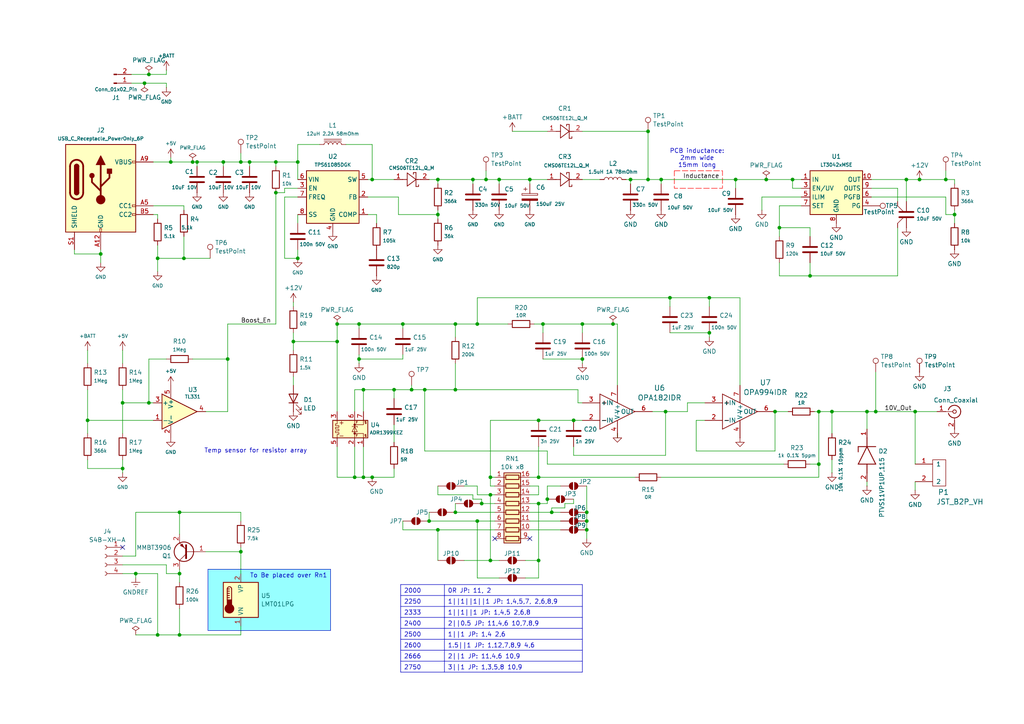
<source format=kicad_sch>
(kicad_sch (version 20250114) (generator "eeschema") (generator_version "9.0")
  (paper "A4")
  (title_block (title "ADR1399 reference board") (date "2025-05-20") (rev "0.1") (company "Nightmechanics"))
  (text "PCB inductance:\n2mm wide\n15mm long" (at 202.184 45.974 0) (effects (font (size 1.27 1.27))))
  (text "Temp sensor for resistor array" (at 74.168 130.81 0) (effects (font (size 1.27 1.27))))
  (text_box "To Be placed over Rn1" (at 60.325 165.1 0) (size 35.56 17.78) (margins 0.9525 0.9525 0.9525 0.9525) (fill (type color) (color 151 255 255 1)) (effects (font (size 1.27 1.27)) (justify right top)))
  (junction (at 153.67 52.07))
  (junction (at 132.08 93.98))
  (junction (at 97.79 99.06))
  (junction (at 114.3 113.03))
  (junction (at 66.04 104.14))
  (junction (at 229.87 52.07))
  (junction (at 25.4 121.92))
  (junction (at 138.43 151.13))
  (junction (at 72.39 46.99))
  (junction (at 156.21 121.92))
  (junction (at 205.74 96.52))
  (junction (at 52.07 166.37))
  (junction (at 39.37 166.37))
  (junction (at 137.16 52.07))
  (junction (at 55.88 46.99))
  (junction (at 116.84 93.98))
  (junction (at 182.88 52.07))
  (junction (at 49.53 46.99))
  (junction (at 45.72 74.93))
  (junction (at 104.14 93.98))
  (junction (at 80.01 46.99))
  (junction (at 127 52.07))
  (junction (at 127 153.67))
  (junction (at 132.08 148.59))
  (junction (at 191.77 52.07))
  (junction (at 140.97 52.07))
  (junction (at 57.15 46.99))
  (junction (at 237.49 134.62))
  (junction (at 276.86 62.23))
  (junction (at 105.41 113.03))
  (junction (at 234.95 80.01))
  (junction (at 45.72 184.15))
  (junction (at 142.24 138.43))
  (junction (at 64.77 46.99))
  (junction (at 158.75 144.78))
  (junction (at 237.49 119.38))
  (junction (at 41.91 24.13))
  (junction (at 86.36 74.93))
  (junction (at 205.74 86.36))
  (junction (at 168.91 93.98))
  (junction (at 226.06 66.04))
  (junction (at 132.08 113.03))
  (junction (at 187.96 38.1))
  (junction (at 142.24 143.51))
  (junction (at 156.21 146.05))
  (junction (at 168.91 104.14))
  (junction (at 265.43 119.38))
  (junction (at 104.14 104.14))
  (junction (at 107.95 52.07))
  (junction (at 157.48 93.98))
  (junction (at 69.85 160.02))
  (junction (at 124.46 151.13))
  (junction (at 193.04 119.38))
  (junction (at 43.18 116.84))
  (junction (at 107.95 138.43))
  (junction (at 69.85 46.99))
  (junction (at 177.8 93.98))
  (junction (at 170.18 151.13))
  (junction (at 97.79 93.98))
  (junction (at 53.34 74.93))
  (junction (at 85.09 99.06))
  (junction (at 144.78 52.07))
  (junction (at 43.18 21.59))
  (junction (at 156.21 138.43))
  (junction (at 274.32 52.07))
  (junction (at 142.24 162.56))
  (junction (at 80.01 55.88))
  (junction (at 119.38 113.03))
  (junction (at 160.02 148.59))
  (junction (at 139.7 146.05))
  (junction (at 29.21 73.66))
  (junction (at 254 119.38))
  (junction (at 156.21 162.56))
  (junction (at 170.18 153.67))
  (junction (at 187.96 52.07))
  (junction (at 251.46 119.38))
  (junction (at 262.89 52.07))
  (junction (at 86.36 46.99))
  (junction (at 102.87 138.43))
  (junction (at 52.07 184.15))
  (junction (at 35.56 116.84))
  (junction (at 166.37 121.92))
  (junction (at 194.31 86.36))
  (junction (at 213.36 52.07))
  (junction (at 123.19 113.03))
  (junction (at 52.07 148.59))
  (junction (at 222.25 52.07))
  (junction (at 224.79 119.38))
  (junction (at 170.18 148.59))
  (junction (at 105.41 138.43))
  (junction (at 241.3 119.38))
  (junction (at 266.7 52.07))
  (junction (at 138.43 93.98))
  (junction (at 35.56 135.89))
  (junction (at 127 62.23))
  (no_connect (at 153.67 156.21))
  (no_connect (at 35.56 158.75))
  (no_connect (at 143.51 156.21))
  (wire (pts (xy 265.43 119.38) (xy 265.43 134.62)))
  (wire (pts (xy 69.85 46.99) (xy 72.39 46.99)))
  (wire (pts (xy 86.36 57.15) (xy 82.55 57.15)))
  (wire (pts (xy 166.37 129.54) (xy 166.37 132.08)))
  (wire (pts (xy 45.72 184.15) (xy 52.07 184.15)))
  (wire (pts (xy 138.43 167.64) (xy 144.78 167.64)))
  (wire (pts (xy 191.77 52.07) (xy 213.36 52.07)))
  (wire (pts (xy 97.79 138.43) (xy 97.79 129.54)))
  (wire (pts (xy 138.43 151.13) (xy 138.43 167.64)))
  (wire (pts (xy 158.75 140.97) (xy 162.56 140.97)))
  (wire (pts (xy 45.72 74.93) (xy 45.72 78.74)))
  (wire (pts (xy 274.32 62.23) (xy 276.86 62.23)))
  (wire (pts (xy 52.07 154.94) (xy 52.07 148.59)))
  (wire (pts (xy 53.34 74.93) (xy 60.96 74.93)))
  (wire (pts (xy 104.14 104.14) (xy 104.14 102.87)))
  (wire (pts (xy 232.41 59.69) (xy 226.06 59.69)))
  (wire (pts (xy 69.85 184.15) (xy 69.85 181.61)))
  (wire (pts (xy 48.26 24.13) (xy 48.26 25.4)))
  (wire (pts (xy 35.56 113.03) (xy 35.56 116.84)))
  (wire (pts (xy 276.86 60.96) (xy 276.86 62.23)))
  (wire (pts (xy 179.07 125.73) (xy 179.07 127)))
  (wire (pts (xy 199.39 119.38) (xy 193.04 119.38)))
  (wire (pts (xy 49.53 45.72) (xy 49.53 46.99)))
  (wire (pts (xy 260.35 58.42) (xy 260.35 54.61)))
  (wire (pts (xy 226.06 66.04) (xy 226.06 68.58)))
  (wire (pts (xy 123.19 113.03) (xy 132.08 113.03)))
  (wire (pts (xy 138.43 93.98) (xy 147.32 93.98)))
  (wire (pts (xy 44.45 46.99) (xy 49.53 46.99)))
  (wire (pts (xy 232.41 57.15) (xy 220.98 57.15)))
  (wire (pts (xy 35.56 161.29) (xy 39.37 161.29)))
  (wire (pts (xy 140.97 49.53) (xy 140.97 52.07)))
  (wire (pts (xy 220.98 57.15) (xy 220.98 60.96)))
  (wire (pts (xy 170.18 140.97) (xy 170.18 148.59)))
  (wire (pts (xy 104.14 104.14) (xy 104.14 105.41)))
  (wire (pts (xy 116.84 93.98) (xy 116.84 95.25)))
  (wire (pts (xy 86.36 72.39) (xy 86.36 74.93)))
  (wire (pts (xy 138.43 143.51) (xy 142.24 143.51)))
  (wire (pts (xy 260.35 54.61) (xy 252.73 54.61)))
  (wire (pts (xy 104.14 93.98) (xy 104.14 95.25)))
  (wire (pts (xy 64.77 46.99) (xy 64.77 48.26)))
  (wire (pts (xy 265.43 119.38) (xy 271.78 119.38)))
  (wire (pts (xy 148.59 38.1) (xy 158.75 38.1)))
  (wire (pts (xy 156.21 140.97) (xy 156.21 143.51)))
  (wire (pts (xy 52.07 166.37) (xy 52.07 168.91)))
  (wire (pts (xy 274.32 49.53) (xy 274.32 52.07)))
  (wire (pts (xy 144.78 52.07) (xy 153.67 52.07)))
  (wire (pts (xy 102.87 113.03) (xy 102.87 119.38)))
  (wire (pts (xy 35.56 163.83) (xy 48.26 163.83)))
  (wire (pts (xy 168.91 52.07) (xy 173.99 52.07)))
  (wire (pts (xy 116.84 102.87) (xy 116.84 104.14)))
  (wire (pts (xy 177.8 93.98) (xy 168.91 93.98)))
  (wire (pts (xy 66.04 93.98) (xy 80.01 93.98)))
  (wire (pts (xy 132.08 93.98) (xy 138.43 93.98)))
  (wire (pts (xy 82.55 74.93) (xy 86.36 74.93)))
  (wire (pts (xy 166.37 121.92) (xy 168.91 121.92)))
  (wire (pts (xy 138.43 151.13) (xy 143.51 151.13)))
  (wire (pts (xy 115.57 62.23) (xy 115.57 57.15)))
  (wire (pts (xy 66.04 104.14) (xy 55.88 104.14)))
  (wire (pts (xy 127 62.23) (xy 127 63.5)))
  (wire (pts (xy 114.3 113.03) (xy 114.3 115.57)))
  (wire (pts (xy 119.38 111.76) (xy 119.38 113.03)))
  (wire (pts (xy 187.96 38.1) (xy 187.96 52.07)))
  (wire (pts (xy 204.47 121.92) (xy 201.93 121.92)))
  (wire (pts (xy 39.37 184.15) (xy 45.72 184.15)))
  (wire (pts (xy 25.4 135.89) (xy 35.56 135.89)))
  (wire (pts (xy 109.22 62.23) (xy 109.22 64.77)))
  (wire (pts (xy 167.64 113.03) (xy 167.64 116.84)))
  (wire (pts (xy 142.24 140.97) (xy 143.51 140.97)))
  (wire (pts (xy 138.43 140.97) (xy 138.43 143.51)))
  (wire (pts (xy 104.14 104.14) (xy 116.84 104.14)))
  (wire (pts (xy 72.39 46.99) (xy 72.39 48.26)))
  (wire (pts (xy 35.56 133.35) (xy 35.56 135.89)))
  (wire (pts (xy 53.34 68.58) (xy 53.34 74.93)))
  (wire (pts (xy 142.24 121.92) (xy 156.21 121.92)))
  (wire (pts (xy 52.07 176.53) (xy 52.07 184.15)))
  (wire (pts (xy 182.88 52.07) (xy 187.96 52.07)))
  (wire (pts (xy 43.18 116.84) (xy 44.45 116.84)))
  (wire (pts (xy 191.77 52.07) (xy 191.77 53.34)))
  (wire (pts (xy 48.26 104.14) (xy 43.18 104.14)))
  (wire (pts (xy 138.43 93.98) (xy 138.43 86.36)))
  (wire (pts (xy 82.55 54.61) (xy 86.36 54.61)))
  (wire (pts (xy 137.16 52.07) (xy 137.16 53.34)))
  (wire (pts (xy 153.67 140.97) (xy 156.21 140.97)))
  (wire (pts (xy 29.21 73.66) (xy 29.21 76.2)))
  (wire (pts (xy 97.79 93.98) (xy 104.14 93.98)))
  (wire (pts (xy 181.61 52.07) (xy 182.88 52.07)))
  (wire (pts (xy 156.21 146.05) (xy 153.67 146.05)))
  (wire (pts (xy 107.95 52.07) (xy 114.3 52.07)))
  (wire (pts (xy 142.24 162.56) (xy 144.78 162.56)))
  (wire (pts (xy 107.95 138.43) (xy 114.3 138.43)))
  (wire (pts (xy 127 153.67) (xy 143.51 153.67)))
  (wire (pts (xy 85.09 99.06) (xy 85.09 101.6)))
  (wire (pts (xy 156.21 167.64) (xy 156.21 162.56)))
  (wire (pts (xy 214.63 86.36) (xy 214.63 111.76)))
  (wire (pts (xy 189.23 119.38) (xy 193.04 119.38)))
  (wire (pts (xy 106.68 62.23) (xy 109.22 62.23)))
  (wire (pts (xy 142.24 121.92) (xy 142.24 138.43)))
  (wire (pts (xy 116.84 151.13) (xy 116.84 153.67)))
  (wire (pts (xy 213.36 52.07) (xy 222.25 52.07)))
  (wire (pts (xy 276.86 62.23) (xy 276.86 64.77)))
  (wire (pts (xy 102.87 113.03) (xy 105.41 113.03)))
  (wire (pts (xy 25.4 121.92) (xy 44.45 121.92)))
  (wire (pts (xy 167.64 116.84) (xy 168.91 116.84)))
  (wire (pts (xy 21.59 72.39) (xy 21.59 73.66)))
  (wire (pts (xy 194.31 86.36) (xy 205.74 86.36)))
  (wire (pts (xy 266.7 52.07) (xy 274.32 52.07)))
  (wire (pts (xy 170.18 153.67) (xy 170.18 156.21)))
  (wire (pts (xy 234.95 76.2) (xy 234.95 80.01)))
  (wire (pts (xy 144.78 52.07) (xy 144.78 53.34)))
  (wire (pts (xy 194.31 86.36) (xy 194.31 88.9)))
  (wire (pts (xy 114.3 113.03) (xy 119.38 113.03)))
  (wire (pts (xy 226.06 80.01) (xy 234.95 80.01)))
  (wire (pts (xy 53.34 74.93) (xy 45.72 74.93)))
  (wire (pts (xy 29.21 72.39) (xy 29.21 73.66)))
  (wire (pts (xy 158.75 140.97) (xy 158.75 144.78)))
  (wire (pts (xy 254 119.38) (xy 265.43 119.38)))
  (wire (pts (xy 179.07 111.76) (xy 179.07 93.98)))
  (wire (pts (xy 153.67 148.59) (xy 160.02 148.59)))
  (wire (pts (xy 156.21 143.51) (xy 153.67 143.51)))
  (wire (pts (xy 156.21 121.92) (xy 166.37 121.92)))
  (wire (pts (xy 107.95 52.07) (xy 107.95 41.91)))
  (wire (pts (xy 57.15 46.99) (xy 57.15 48.26)))
  (wire (pts (xy 170.18 151.13) (xy 170.18 153.67)))
  (wire (pts (xy 21.59 73.66) (xy 29.21 73.66)))
  (wire (pts (xy 137.16 52.07) (xy 140.97 52.07)))
  (wire (pts (xy 35.56 116.84) (xy 43.18 116.84)))
  (wire (pts (xy 179.07 93.98) (xy 177.8 93.98)))
  (wire (pts (xy 132.08 93.98) (xy 132.08 97.79)))
  (wire (pts (xy 127 143.51) (xy 127 140.97)))
  (wire (pts (xy 55.88 46.99) (xy 57.15 46.99)))
  (wire (pts (xy 205.74 86.36) (xy 214.63 86.36)))
  (wire (pts (xy 127 62.23) (xy 115.57 62.23)))
  (wire (pts (xy 115.57 57.15) (xy 106.68 57.15)))
  (wire (pts (xy 153.67 151.13) (xy 162.56 151.13)))
  (wire (pts (xy 254 107.95) (xy 254 119.38)))
  (wire (pts (xy 274.32 52.07) (xy 276.86 52.07)))
  (wire (pts (xy 152.4 162.56) (xy 156.21 162.56)))
  (wire (pts (xy 39.37 166.37) (xy 39.37 167.64)))
  (wire (pts (xy 153.67 153.67) (xy 162.56 153.67)))
  (wire (pts (xy 25.4 113.03) (xy 25.4 121.92)))
  (wire (pts (xy 85.09 96.52) (xy 85.09 99.06)))
  (wire (pts (xy 237.49 119.38) (xy 237.49 134.62)))
  (wire (pts (xy 204.47 116.84) (xy 199.39 116.84)))
  (wire (pts (xy 44.45 62.23) (xy 45.72 62.23)))
  (wire (pts (xy 80.01 55.88) (xy 80.01 93.98)))
  (wire (pts (xy 52.07 148.59) (xy 69.85 148.59)))
  (wire (pts (xy 66.04 119.38) (xy 66.04 104.14)))
  (wire (pts (xy 194.31 96.52) (xy 205.74 96.52)))
  (wire (pts (xy 262.89 52.07) (xy 266.7 52.07)))
  (wire (pts (xy 229.87 52.07) (xy 229.87 54.61)))
  (wire (pts (xy 260.35 66.04) (xy 260.35 80.01)))
  (wire (pts (xy 166.37 144.78) (xy 166.37 146.05)))
  (wire (pts (xy 25.4 133.35) (xy 25.4 135.89)))
  (wire (pts (xy 157.48 104.14) (xy 168.91 104.14)))
  (wire (pts (xy 153.67 52.07) (xy 158.75 52.07)))
  (wire (pts (xy 39.37 161.29) (xy 39.37 148.59)))
  (wire (pts (xy 168.91 93.98) (xy 168.91 96.52)))
  (wire (pts (xy 262.89 58.42) (xy 262.89 52.07)))
  (wire (pts (xy 139.7 146.05) (xy 139.7 144.78)))
  (wire (pts (xy 158.75 134.62) (xy 158.75 130.81)))
  (wire (pts (xy 137.16 143.51) (xy 127 143.51)))
  (wire (pts (xy 276.86 52.07) (xy 276.86 53.34)))
  (wire (pts (xy 251.46 119.38) (xy 251.46 124.46)))
  (wire (pts (xy 35.56 116.84) (xy 35.56 125.73)))
  (wire (pts (xy 201.93 130.81) (xy 224.79 130.81)))
  (wire (pts (xy 201.93 121.92) (xy 201.93 130.81)))
  (wire (pts (xy 59.69 119.38) (xy 66.04 119.38)))
  (wire (pts (xy 116.84 153.67) (xy 127 153.67)))
  (wire (pts (xy 142.24 138.43) (xy 142.24 140.97)))
  (wire (pts (xy 35.56 101.6) (xy 35.56 105.41)))
  (wire (pts (xy 187.96 52.07) (xy 191.77 52.07)))
  (wire (pts (xy 102.87 138.43) (xy 97.79 138.43)))
  (wire (pts (xy 85.09 99.06) (xy 97.79 99.06)))
  (wire (pts (xy 227.33 134.62) (xy 158.75 134.62)))
  (wire (pts (xy 48.26 163.83) (xy 48.26 166.37)))
  (wire (pts (xy 45.72 62.23) (xy 45.72 63.5)))
  (wire (pts (xy 153.67 138.43) (xy 156.21 138.43)))
  (wire (pts (xy 139.7 144.78) (xy 137.16 144.78)))
  (wire (pts (xy 274.32 57.15) (xy 274.32 62.23)))
  (wire (pts (xy 69.85 148.59) (xy 69.85 151.13)))
  (wire (pts (xy 86.36 41.91) (xy 86.36 46.99)))
  (wire (pts (xy 127 52.07) (xy 127 53.34)))
  (wire (pts (xy 116.84 93.98) (xy 132.08 93.98)))
  (wire (pts (xy 168.91 38.1) (xy 187.96 38.1)))
  (wire (pts (xy 45.72 166.37) (xy 39.37 166.37)))
  (wire (pts (xy 48.26 166.37) (xy 52.07 166.37)))
  (wire (pts (xy 48.26 21.59) (xy 48.26 20.32)))
  (wire (pts (xy 119.38 113.03) (xy 123.19 113.03)))
  (wire (pts (xy 137.16 144.78) (xy 137.16 143.51)))
  (wire (pts (xy 156.21 138.43) (xy 184.15 138.43)))
  (wire (pts (xy 86.36 46.99) (xy 86.36 52.07)))
  (wire (pts (xy 237.49 119.38) (xy 241.3 119.38)))
  (wire (pts (xy 166.37 132.08) (xy 193.04 132.08)))
  (wire (pts (xy 252.73 57.15) (xy 274.32 57.15)))
  (wire (pts (xy 236.22 119.38) (xy 237.49 119.38)))
  (wire (pts (xy 234.95 68.58) (xy 234.95 66.04)))
  (wire (pts (xy 251.46 139.7) (xy 251.46 140.97)))
  (wire (pts (xy 252.73 52.07) (xy 262.89 52.07)))
  (wire (pts (xy 241.3 119.38) (xy 241.3 125.73)))
  (wire (pts (xy 64.77 46.99) (xy 69.85 46.99)))
  (wire (pts (xy 260.35 80.01) (xy 234.95 80.01)))
  (wire (pts (xy 166.37 146.05) (xy 163.83 146.05)))
  (wire (pts (xy 158.75 130.81) (xy 123.19 130.81)))
  (wire (pts (xy 45.72 184.15) (xy 45.72 166.37)))
  (wire (pts (xy 213.36 52.07) (xy 213.36 54.61)))
  (wire (pts (xy 49.53 46.99) (xy 55.88 46.99)))
  (wire (pts (xy 127 60.96) (xy 127 62.23)))
  (wire (pts (xy 229.87 52.07) (xy 232.41 52.07)))
  (wire (pts (xy 82.55 57.15) (xy 82.55 74.93)))
  (wire (pts (xy 38.1 24.13) (xy 41.91 24.13)))
  (wire (pts (xy 38.1 21.59) (xy 43.18 21.59)))
  (wire (pts (xy 237.49 138.43) (xy 191.77 138.43)))
  (wire (pts (xy 25.4 121.92) (xy 25.4 125.73)))
  (wire (pts (xy 226.06 66.04) (xy 234.95 66.04)))
  (wire (pts (xy 224.79 119.38) (xy 224.79 130.81)))
  (wire (pts (xy 105.41 113.03) (xy 105.41 119.38)))
  (wire (pts (xy 97.79 99.06) (xy 97.79 119.38)))
  (wire (pts (xy 156.21 162.56) (xy 156.21 146.05)))
  (wire (pts (xy 152.4 167.64) (xy 156.21 167.64)))
  (wire (pts (xy 127 52.07) (xy 137.16 52.07)))
  (wire (pts (xy 53.34 59.69) (xy 53.34 60.96)))
  (wire (pts (xy 205.74 97.79) (xy 205.74 96.52)))
  (wire (pts (xy 127 153.67) (xy 127 162.56)))
  (wire (pts (xy 35.56 135.89) (xy 35.56 137.16)))
  (wire (pts (xy 163.83 146.05) (xy 163.83 147.32)))
  (wire (pts (xy 193.04 132.08) (xy 193.04 119.38)))
  (wire (pts (xy 226.06 59.69) (xy 226.06 66.04)))
  (wire (pts (xy 105.41 129.54) (xy 105.41 138.43)))
  (wire (pts (xy 232.41 54.61) (xy 229.87 54.61)))
  (wire (pts (xy 132.08 148.59) (xy 143.51 148.59)))
  (wire (pts (xy 234.95 134.62) (xy 237.49 134.62)))
  (wire (pts (xy 199.39 116.84) (xy 199.39 119.38)))
  (wire (pts (xy 182.88 52.07) (xy 182.88 53.34)))
  (wire (pts (xy 170.18 148.59) (xy 170.18 151.13)))
  (wire (pts (xy 140.97 52.07) (xy 144.78 52.07)))
  (wire (pts (xy 157.48 93.98) (xy 154.94 93.98)))
  (wire (pts (xy 69.85 44.45) (xy 69.85 46.99)))
  (wire (pts (xy 158.75 144.78) (xy 158.75 146.05)))
  (wire (pts (xy 153.67 52.07) (xy 153.67 53.34)))
  (wire (pts (xy 25.4 101.6) (xy 25.4 105.41)))
  (wire (pts (xy 168.91 93.98) (xy 157.48 93.98)))
  (wire (pts (xy 142.24 143.51) (xy 142.24 162.56)))
  (wire (pts (xy 241.3 137.16) (xy 241.3 133.35)))
  (wire (pts (xy 85.09 87.63) (xy 85.09 88.9)))
  (wire (pts (xy 168.91 105.41) (xy 168.91 104.14)))
  (wire (pts (xy 97.79 93.98) (xy 97.79 99.06)))
  (wire (pts (xy 132.08 113.03) (xy 167.64 113.03)))
  (wire (pts (xy 160.02 147.32) (xy 160.02 148.59)))
  (wire (pts (xy 157.48 93.98) (xy 157.48 96.52)))
  (wire (pts (xy 102.87 129.54) (xy 102.87 138.43)))
  (wire (pts (xy 134.62 140.97) (xy 138.43 140.97)))
  (wire (pts (xy 43.18 104.14) (xy 43.18 116.84)))
  (wire (pts (xy 85.09 109.22) (xy 85.09 111.76)))
  (wire (pts (xy 163.83 147.32) (xy 160.02 147.32)))
  (wire (pts (xy 107.95 138.43) (xy 105.41 138.43)))
  (wire (pts (xy 132.08 146.05) (xy 132.08 148.59)))
  (wire (pts (xy 124.46 151.13) (xy 138.43 151.13)))
  (wire (pts (xy 224.79 119.38) (xy 228.6 119.38)))
  (wire (pts (xy 86.36 62.23) (xy 86.36 64.77)))
  (wire (pts (xy 139.7 146.05) (xy 143.51 146.05)))
  (wire (pts (xy 39.37 148.59) (xy 52.07 148.59)))
  (wire (pts (xy 52.07 165.1) (xy 52.07 166.37)))
  (wire (pts (xy 158.75 146.05) (xy 156.21 146.05)))
  (wire (pts (xy 142.24 143.51) (xy 143.51 143.51)))
  (wire (pts (xy 92.71 41.91) (xy 86.36 41.91)))
  (wire (pts (xy 265.43 139.7) (xy 265.43 142.24)))
  (wire (pts (xy 138.43 86.36) (xy 194.31 86.36)))
  (wire (pts (xy 251.46 119.38) (xy 254 119.38)))
  (wire (pts (xy 114.3 135.89) (xy 114.3 138.43)))
  (wire (pts (xy 52.07 184.15) (xy 69.85 184.15)))
  (wire (pts (xy 160.02 148.59) (xy 162.56 148.59)))
  (wire (pts (xy 80.01 46.99) (xy 86.36 46.99)))
  (wire (pts (xy 156.21 129.54) (xy 156.21 138.43)))
  (wire (pts (xy 105.41 113.03) (xy 114.3 113.03)))
  (wire (pts (xy 124.46 52.07) (xy 127 52.07)))
  (wire (pts (xy 107.95 41.91) (xy 100.33 41.91)))
  (wire (pts (xy 124.46 148.59) (xy 124.46 151.13)))
  (wire (pts (xy 241.3 119.38) (xy 251.46 119.38)))
  (wire (pts (xy 105.41 138.43) (xy 102.87 138.43)))
  (wire (pts (xy 57.15 46.99) (xy 64.77 46.99)))
  (wire (pts (xy 106.68 52.07) (xy 107.95 52.07)))
  (wire (pts (xy 43.18 21.59) (xy 48.26 21.59)))
  (wire (pts (xy 237.49 134.62) (xy 237.49 138.43)))
  (wire (pts (xy 35.56 166.37) (xy 39.37 166.37)))
  (wire (pts (xy 41.91 24.13) (xy 48.26 24.13)))
  (wire (pts (xy 123.19 130.81) (xy 123.19 113.03)))
  (wire (pts (xy 80.01 46.99) (xy 80.01 48.26)))
  (wire (pts (xy 44.45 59.69) (xy 53.34 59.69)))
  (wire (pts (xy 82.55 54.61) (xy 82.55 55.88)))
  (wire (pts (xy 226.06 76.2) (xy 226.06 80.01)))
  (wire (pts (xy 114.3 123.19) (xy 114.3 128.27)))
  (wire (pts (xy 104.14 93.98) (xy 116.84 93.98)))
  (wire (pts (xy 80.01 55.88) (xy 82.55 55.88)))
  (wire (pts (xy 132.08 105.41) (xy 132.08 113.03)))
  (wire (pts (xy 69.85 158.75) (xy 69.85 160.02)))
  (wire (pts (xy 59.69 160.02) (xy 69.85 160.02)))
  (wire (pts (xy 134.62 162.56) (xy 142.24 162.56)))
  (wire (pts (xy 66.04 93.98) (xy 66.04 104.14)))
  (wire (pts (xy 69.85 160.02) (xy 69.85 166.37)))
  (wire (pts (xy 222.25 52.07) (xy 229.87 52.07)))
  (wire (pts (xy 205.74 86.36) (xy 205.74 88.9)))
  (wire (pts (xy 142.24 138.43) (xy 143.51 138.43)))
  (wire (pts (xy 45.72 71.12) (xy 45.72 74.93)))
  (wire (pts (xy 72.39 46.99) (xy 80.01 46.99)))
  (table (column_count 2) (border (external yes) (header yes)) (separators (rows yes) (cols yes)) (column_widths 12.7 40.005) (row_heights 3.175 3.175 3.175 3.175 3.175 3.175 3.175 3.175) (cells (table_cell "2000" (at 116.205 169.545 0) (size 12.7 3.175) (margins 0.9525 0.9525 0.9525 0.9525) (span 1 1)) (table_cell "0R JP: 11, 2" (at 128.905 169.545 0) (size 40.005 3.175) (margins 0.9525 0.9525 0.9525 0.9525) (span 1 1)) (table_cell "2250" (at 116.205 172.72 0) (size 12.7 3.175) (margins 0.9525 0.9525 0.9525 0.9525) (span 1 1)) (table_cell "1||1||1||1 JP: 1,4,5,7, 2,6,8,9" (at 128.905 172.72 0) (size 40.005 3.175) (margins 0.9525 0.9525 0.9525 0.9525) (span 1 1)) (table_cell "2333" (at 116.205 175.895 0) (size 12.7 3.175) (margins 0.9525 0.9525 0.9525 0.9525) (span 1 1)) (table_cell "1||1||1 JP: 1,4,5 2,6,8" (at 128.905 175.895 0) (size 40.005 3.175) (margins 0.9525 0.9525 0.9525 0.9525) (span 1 1)) (table_cell "2400" (at 116.205 179.07 0) (size 12.7 3.175) (margins 0.9525 0.9525 0.9525 0.9525) (span 1 1)) (table_cell "2||0.5 JP: 11,4,6 10,7,8,9" (at 128.905 179.07 0) (size 40.005 3.175) (margins 0.9525 0.9525 0.9525 0.9525) (span 1 1)) (table_cell "2500" (at 116.205 182.245 0) (size 12.7 3.175) (margins 0.9525 0.9525 0.9525 0.9525) (span 1 1)) (table_cell "1||1 JP: 1,4 2,6" (at 128.905 182.245 0) (size 40.005 3.175) (margins 0.9525 0.9525 0.9525 0.9525) (span 1 1)) (table_cell "2600" (at 116.205 185.42 0) (size 12.7 3.175) (margins 0.9525 0.9525 0.9525 0.9525) (span 1 1)) (table_cell "1.5||1 JP: 1,12,7,8,9 4,6" (at 128.905 185.42 0) (size 40.005 3.175) (margins 0.9525 0.9525 0.9525 0.9525) (span 1 1)) (table_cell "2666" (at 116.205 188.595 0) (size 12.7 3.175) (margins 0.9525 0.9525 0.9525 0.9525) (span 1 1)) (table_cell "2||1 JP: 11,4,6 10,9" (at 128.905 188.595 0) (size 40.005 3.175) (margins 0.9525 0.9525 0.9525 0.9525) (span 1 1)) (table_cell "2750" (at 116.205 191.77 0) (size 12.7 3.175) (margins 0.9525 0.9525 0.9525 0.9525) (span 1 1)) (table_cell "3||1 JP: 1,3,5,8 10,9" (at 128.905 191.77 0) (size 40.005 3.175) (margins 0.9525 0.9525 0.9525 0.9525) (span 1 1))))
  (label "Boost_En" (at 69.85 93.98 0))
  (label "10V_Out" (at 256.54 119.38 0))
  (label "Inductance" (at 198.12 52.07 0))
  (rule_area (polyline (pts (xy 195.58 49.53) (xy 209.55 49.53) (xy 209.55 54.61) (xy 195.58 54.61)) (stroke (width 0) (type dash))))
  (symbol (lib_id "power:PWR_FLAG") (at 177.8 93.98 0) (unit 1)
    (property "Reference" "#FLG06" (effects (hide yes)))
    (property "Value" "PWR_FLAG" (at 177.8 89.8469 0))
    (property "Description" "Special symbol for telling ERC where power comes from" (effects (hide yes)))
  )
  (symbol (lib_id "Device:R") (at 25.4 129.54 0) (unit 1)
    (property "Reference" "R16" (at 27.178 128.3278 0) (effects (justify left)))
    (property "Value" "366k" (at 27.178 130.7521 0) (effects (font (size 1 1)) (justify left)))
    (property "Footprint" "Resistor_SMD:R_0805_2012Metric_Pad1.20x1.40mm_HandSolder" (effects (hide yes)))
    (property "Description" "Resistor" (effects (hide yes)))
  )
  (symbol (lib_id "power:+12V") (at 266.7 52.07 0) (unit 1)
    (property "Reference" "#PWR05" (effects (hide yes)))
    (property "Value" "+12V" (at 266.7 47.9369 0))
    (property "Description" "Power symbol creates a global label with name \"+12V\"" (effects (hide yes)))
  )
  (symbol (lib_id "Connector:TestPoint") (at 119.38 111.76 0) (unit 1)
    (property "Reference" "TP7" (at 120.777 107.2458 0) (effects (justify left)))
    (property "Value" "TestPoint" (effects (hide yes)))
    (property "Footprint" "TestPoint:TestPoint_Loop_D1.80mm_Drill1.0mm_Beaded" (effects (hide yes)))
    (property "Description" "test point" (effects (hide yes)))
  )
  (symbol (lib_id "Device:C") (at 205.74 92.71 0) (unit 1)
    (property "Reference" "C24" (at 208.661 91.4978 0) (effects (justify left)))
    (property "Value" "100n 50V" (at 206.248 94.996 0) (effects (font (size 1 1)) (justify left)))
    (property "Footprint" "Capacitor_SMD:C_0603_1608Metric_Pad1.08x0.95mm_HandSolder" (effects (hide yes)))
    (property "Description" "Unpolarized capacitor" (effects (hide yes)))
  )
  (symbol (lib_id "Reference_Voltage:ADR1399KEZ") (at 102.87 124.46 0) (unit 1)
    (property "Reference" "U4" (at 107.442 123.2478 0) (effects (justify left)))
    (property "Value" "ADR1399KEZ" (at 107.188 125.476 0) (effects (font (size 1 1)) (justify left)))
    (property "Footprint" "Package_LCC:Analog_LCC-8_5x5mm_P1.27mm" (effects (hide yes)))
    (property "Datasheet" "https://www.analog.com/media/en/technical-documentation/data-sheets/adr1399.pdf" (effects (hide yes)))
    (property "Description" "Oven-Compensated, Buried Zener, 7.05 V Voltage Reference, LCC-8" (effects (hide yes)))
  )
  (symbol (lib_id "Device:R") (at 276.86 57.15 0) (unit 1)
    (property "Reference" "R3" (at 278.638 55.9378 0) (effects (justify left)))
    (property "Value" "366k" (at 278.638 58.3621 0) (effects (font (size 1 1)) (justify left)))
    (property "Footprint" "Resistor_SMD:R_0805_2012Metric_Pad1.20x1.40mm_HandSolder" (effects (hide yes)))
    (property "Description" "Resistor" (effects (hide yes)))
  )
  (symbol (lib_id "power:GND") (at 266.7 107.95 0) (unit 1)
    (property "Reference" "#PWR034" (effects (hide yes)))
    (property "Value" "GND" (at 266.7 112.0831 0))
    (property "Description" "Power symbol creates a global label with name \"GND\" , ground" (effects (hide yes)))
  )
  (symbol (lib_id "Device:R") (at 231.14 134.62 90) (unit 1)
    (property "Reference" "R23" (at 231.14 129.8941 90))
    (property "Value" "1k 0.1% 5ppm" (at 231.14 132.1012 90) (effects (font (size 1 1))))
    (property "Footprint" "Resistor_SMD:R_0603_1608Metric_Pad0.98x0.95mm_HandSolder" (effects (hide yes)))
    (property "Description" "Resistor" (effects (hide yes)))
  )
  (symbol (lib_id "power:GND") (at 241.3 137.16 0) (unit 1)
    (property "Reference" "#PWR046" (effects (hide yes)))
    (property "Value" "GND" (at 241.3 141.2931 0))
    (property "Description" "Power symbol creates a global label with name \"GND\" , ground" (effects (hide yes)))
  )
  (symbol (lib_id "Sensor_Temperature:LMT01LPG") (at 69.85 173.99 0) (unit 1)
    (property "Reference" "U5" (at 75.692 172.7778 0) (effects (justify left)))
    (property "Value" "LMT01LPG" (at 75.692 175.2021 0) (effects (justify left)))
    (property "Footprint" "Package_TO_SOT_THT:TO-92-2" (effects (hide yes)))
    (property "Datasheet" "https://www.ti.com/lit/ds/symlink/lmt01.pdf" (effects (hide yes)))
    (property "Description" "0.5°C Accurate 2-Pin Digital Output Temperature Sensor With Pulse Count Interface. TO-92-2 package" (effects (hide yes)))
  )
  (symbol (lib_id "Jumper:SolderJumper_2_Open") (at 162.56 144.78 0) (unit 1) (in_bom no)
    (property "Reference" "JP3" (at 165.354 143.256 0))
    (property "Value" "SolderJumper_2_Open" (effects (hide yes)))
    (property "Footprint" "Jumper:SolderJumper-2_P1.3mm_Open_RoundedPad1.0x1.5mm" (effects (hide yes)))
    (property "Description" "Solder Jumper, 2-pole, open" (effects (hide yes)))
  )
  (symbol (lib_id "Jumper:SolderJumper_2_Open") (at 166.37 151.13 0) (unit 1) (in_bom no)
    (property "Reference" "JP8" (at 168.148 149.86 0))
    (property "Value" "SolderJumper_2_Open" (effects (hide yes)))
    (property "Footprint" "Jumper:SolderJumper-2_P1.3mm_Open_RoundedPad1.0x1.5mm" (effects (hide yes)))
    (property "Description" "Solder Jumper, 2-pole, open" (effects (hide yes)))
  )
  (symbol (lib_id "Device:R") (at 25.4 109.22 0) (unit 1)
    (property "Reference" "R13" (at 27.178 108.0078 0) (effects (justify left)))
    (property "Value" "1Meg" (at 27.178 110.4321 0) (effects (font (size 1 1)) (justify left)))
    (property "Footprint" "Resistor_SMD:R_0805_2012Metric_Pad1.20x1.40mm_HandSolder" (effects (hide yes)))
    (property "Description" "Resistor" (effects (hide yes)))
  )
  (symbol (lib_id "Device:R") (at 109.22 68.58 0) (unit 1)
    (property "Reference" "R7" (at 110.998 67.3678 0) (effects (justify left)))
    (property "Value" "105k" (at 110.998 69.7921 0) (effects (font (size 1 1)) (justify left)))
    (property "Footprint" "Resistor_SMD:R_0805_2012Metric_Pad1.20x1.40mm_HandSolder" (effects (hide yes)))
    (property "Description" "Resistor" (effects (hide yes)))
  )
  (symbol (lib_id "power:+5V") (at 49.53 45.72 0) (unit 1)
    (property "Reference" "#PWR04" (effects (hide yes)))
    (property "Value" "+5V" (at 49.53 41.5869 0) (effects (font (size 1 1))))
    (property "Description" "Power symbol creates a global label with name \"+5V\"" (effects (hide yes)))
  )
  (symbol (lib_id "Device:C") (at 64.77 52.07 0) (unit 1)
    (property "Reference" "C2" (at 60.452 50.038 0) (effects (justify left)))
    (property "Value" "10uF 10V" (at 60.452 54.356 0) (effects (font (size 1 1)) (justify left)))
    (property "Footprint" "Capacitor_SMD:C_0805_2012Metric_Pad1.18x1.45mm_HandSolder" (effects (hide yes)))
    (property "Description" "Unpolarized capacitor" (effects (hide yes)))
  )
  (symbol (lib_id "Device:R_Pack08") (at 148.59 148.59 270) (unit 1)
    (property "Reference" "RN1" (at 148.59 133.0155 90))
    (property "Value" "10k x8" (at 148.59 135.4398 90))
    (property "Footprint" "Package_SO:SO-16_3.9x9.9mm_P1.27mm" (effects (hide yes)))
    (property "Description" "8 resistor network, parallel topology" (effects (hide yes)))
  )
  (symbol (lib_id "Snapeda:CMS06TE12L_Q_M") (at 168.91 38.1 0) (mirror y) (unit 1)
    (property "Reference" "CR1" (at 163.83 31.463 0))
    (property "Value" "CMS06TE12L_Q_M" (at 163.83 34.2959 0) (effects (font (size 1 1))))
    (property "Footprint" "Snapeda:M-FLAT_TOS" (effects (hide yes)))
    (property "Datasheet" "CMS06TE12L_Q_M" (effects (hide yes)))
  )
  (symbol (lib_id "Snapeda:OPA182IDR") (at 204.47 116.84 0) (unit 1)
    (property "Reference" "U7" (at 221.996 110.9591 0) (effects (font (size 1.524 1.524))))
    (property "Value" "OPA994IDR" (at 221.996 113.792 0) (effects (font (size 1.524 1.524))))
    (property "Footprint" "Snapeda:D0008A-IPC_A" (effects (hide yes)))
    (property "Datasheet" "OPA994IDR" (effects (hide yes)))
  )
  (symbol (lib_id "power:GND") (at 49.53 127 0) (unit 1)
    (property "Reference" "#PWR035" (effects (hide yes)))
    (property "Value" "GND" (at 49.53 131.1331 0) (effects (font (size 1 1))))
    (property "Description" "Power symbol creates a global label with name \"GND\" , ground" (effects (hide yes)))
  )
  (symbol (lib_id "Regulator_Switching:TPS61085DGK") (at 96.52 57.15 0) (unit 1)
    (property "Reference" "U2" (at 96.52 45.3855 0))
    (property "Value" "TPS61085DGK" (at 96.52 47.8098 0) (effects (font (size 1 1))))
    (property "Footprint" "Package_SO:VSSOP-8_3x3mm_P0.65mm" (effects (hide yes)))
    (property "Datasheet" "https://www.ti.com/lit/ds/symlink/tps61085.pdf" (effects (hide yes)))
    (property "Description" "Step-Up DC-DC Converter, input 2.3V to 6V , output 2.8V to 18.5, VSSOP-8" (effects (hide yes)))
  )
  (symbol (lib_id "power:GND") (at 85.09 119.38 0) (unit 1)
    (property "Reference" "#PWR031" (effects (hide yes)))
    (property "Value" "GND" (at 85.09 123.5131 0))
    (property "Description" "Power symbol creates a global label with name \"GND\" , ground" (effects (hide yes)))
  )
  (symbol (lib_id "power:GND") (at 276.86 124.46 0) (unit 1)
    (property "Reference" "#PWR033" (effects (hide yes)))
    (property "Value" "GND" (at 276.86 128.5931 0))
    (property "Description" "Power symbol creates a global label with name \"GND\" , ground" (effects (hide yes)))
  )
  (symbol (lib_id "Device:C_Polarized") (at 153.67 57.15 0) (unit 1)
    (property "Reference" "C6" (at 155.448 54.356 0) (effects (justify left)))
    (property "Value" "150uF 25V" (at 155.448 59.182 0) (effects (font (size 1 1)) (justify left)))
    (property "Footprint" "Capacitor_SMD:CP_Elec_8x6.7" (effects (hide yes)))
    (property "Description" "Polarized capacitor" (effects (hide yes)))
  )
  (symbol (lib_id "Device:C") (at 168.91 100.33 0) (unit 1)
    (property "Reference" "C16" (at 171.831 99.1178 0) (effects (justify left)))
    (property "Value" "100n 50V" (at 169.418 102.616 0) (effects (font (size 1 1)) (justify left)))
    (property "Footprint" "Capacitor_SMD:C_0603_1608Metric_Pad1.08x0.95mm_HandSolder" (effects (hide yes)))
    (property "Description" "Unpolarized capacitor" (effects (hide yes)))
  )
  (symbol (lib_id "Device:C") (at 194.31 92.71 0) (unit 1)
    (property "Reference" "C23" (at 197.231 91.4978 0) (effects (justify left)))
    (property "Value" "1uF 25V" (at 194.818 94.996 0) (effects (font (size 1 1)) (justify left)))
    (property "Footprint" "Capacitor_SMD:C_0603_1608Metric_Pad1.08x0.95mm_HandSolder" (effects (hide yes)))
    (property "Description" "Unpolarized capacitor" (effects (hide yes)))
  )
  (symbol (lib_id "Jumper:SolderJumper_2_Open") (at 135.89 146.05 0) (unit 1) (in_bom no)
    (property "Reference" "JP4" (at 132.334 144.78 0))
    (property "Value" "SolderJumper_2_Open" (effects (hide yes)))
    (property "Footprint" "Jumper:SolderJumper-2_P1.3mm_Open_RoundedPad1.0x1.5mm" (effects (hide yes)))
    (property "Description" "Solder Jumper, 2-pole, open" (effects (hide yes)))
  )
  (symbol (lib_id "Device:C") (at 156.21 125.73 0) (unit 1)
    (property "Reference" "C21" (at 159.131 124.5178 0) (effects (justify left)))
    (property "Value" "3n 25V" (at 156.718 128.016 0) (effects (font (size 1 1)) (justify left)))
    (property "Footprint" "Capacitor_SMD:C_0603_1608Metric_Pad1.08x0.95mm_HandSolder" (effects (hide yes)))
    (property "Description" "Unpolarized capacitor" (effects (hide yes)))
  )
  (symbol (lib_id "Device:R") (at 127 67.31 0) (unit 1)
    (property "Reference" "R6" (at 128.778 66.0978 0) (effects (justify left)))
    (property "Value" "36k" (at 128.778 68.5221 0) (effects (font (size 1 1)) (justify left)))
    (property "Footprint" "Resistor_SMD:R_0805_2012Metric_Pad1.20x1.40mm_HandSolder" (effects (hide yes)))
    (property "Description" "Resistor" (effects (hide yes)))
  )
  (symbol (lib_id "Device:C") (at 144.78 57.15 0) (unit 1)
    (property "Reference" "C5" (at 146.304 54.864 0) (effects (justify left)))
    (property "Value" "10uF 50V" (at 146.304 59.69 0) (effects (font (size 1 1)) (justify left)))
    (property "Footprint" "Capacitor_SMD:C_1210_3225Metric_Pad1.33x2.70mm_HandSolder" (effects (hide yes)))
    (property "Description" "Unpolarized capacitor" (effects (hide yes)))
  )
  (symbol (lib_id "Device:R") (at 53.34 64.77 0) (unit 1)
    (property "Reference" "R4" (at 55.118 63.5578 0) (effects (justify left)))
    (property "Value" "5.1k" (at 52.578 65.9821 0) (effects (font (size 1 1)) (justify left)))
    (property "Footprint" "Resistor_SMD:R_0805_2012Metric_Pad1.20x1.40mm_HandSolder" (effects (hide yes)))
    (property "Description" "Resistor" (effects (hide yes)))
  )
  (symbol (lib_id "power:+5V") (at 49.53 111.76 0) (unit 1)
    (property "Reference" "#PWR030" (effects (hide yes)))
    (property "Value" "+5V" (at 49.53 107.6269 0) (effects (font (size 1 1))))
    (property "Description" "Power symbol creates a global label with name \"+5V\"" (effects (hide yes)))
  )
  (symbol (lib_id "Device:C") (at 213.36 58.42 0) (unit 1)
    (property "Reference" "C9" (at 209.296 56.134 0) (effects (justify left)))
    (property "Value" "10uF 50V" (at 205.232 60.96 0) (effects (font (size 1 1)) (justify left)))
    (property "Footprint" "Capacitor_SMD:C_1210_3225Metric_Pad1.33x2.70mm_HandSolder" (effects (hide yes)))
    (property "Description" "Unpolarized capacitor" (effects (hide yes)))
  )
  (symbol (lib_id "Connector:USB_C_Receptacle_PowerOnly_6P") (at 29.21 54.61 0) (unit 1)
    (property "Reference" "J2" (at 29.21 37.7655 0))
    (property "Value" "USB_C_Receptacle_PowerOnly_6P" (at 29.21 40.1898 0) (effects (font (size 1 1))))
    (property "Footprint" "Connector_USB:USB_C_Receptacle_GCT_USB4125-xx-x-0190_6P_TopMnt_Horizontal" (effects (hide yes)))
    (property "Datasheet" "https://www.usb.org/sites/default/files/documents/usb_type-c.zip" (effects (hide yes)))
    (property "Description" "USB Power-Only 6P Type-C Receptacle connector" (effects (hide yes)))
  )
  (symbol (lib_id "Device:L_Iron") (at 96.52 41.91 90) (unit 1)
    (property "Reference" "L1" (at 96.52 36.3685 90))
    (property "Value" "12uH 2.2A 58mOhm" (at 96.52 38.7928 90) (effects (font (size 1 1))))
    (property "Footprint" "Inductor_SMD:L_TDK_VLS6045EX_VLS6045AF" (effects (hide yes)))
    (property "Description" "Inductor with iron core" (effects (hide yes)))
  )
  (symbol (lib_id "power:PWR_FLAG") (at 222.25 52.07 0) (unit 1)
    (property "Reference" "#FLG04" (effects (hide yes)))
    (property "Value" "PWR_FLAG" (at 222.25 47.9369 0))
    (property "Description" "Special symbol for telling ERC where power comes from" (effects (hide yes)))
  )
  (symbol (lib_id "Regulator_Linear:LT3042xMSE") (at 242.57 54.61 0) (unit 1)
    (property "Reference" "U1" (at 242.57 45.3855 0))
    (property "Value" "LT3042xMSE" (at 242.57 47.8098 0) (effects (font (size 1 1))))
    (property "Footprint" "Package_SO:MSOP-10-1EP_3x3mm_P0.5mm_EP1.68x1.88mm_ThermalVias" (effects (hide yes)))
    (property "Datasheet" "https://www.analog.com/media/en/technical-documentation/data-sheets/3042fb.pdf" (effects (hide yes)))
    (property "Description" "200mA, Adjustable, Ultralow Noise, Ultrahigh PSRR RF Linear Regulator, MSOP-10" (effects (hide yes)))
  )
  (symbol (lib_id "power:GND") (at 72.39 55.88 0) (unit 1)
    (property "Reference" "#PWR08" (effects (hide yes)))
    (property "Value" "GND" (at 72.39 60.0131 0) (effects (font (size 1 1))))
    (property "Description" "Power symbol creates a global label with name \"GND\" , ground" (effects (hide yes)))
  )
  (symbol (lib_id "Device:LED") (at 85.09 115.57 90) (unit 1)
    (property "Reference" "D1" (at 88.011 115.9453 90) (effects (justify right)))
    (property "Value" "LED" (at 88.011 118.3696 90) (effects (justify right)))
    (property "Footprint" "LED_SMD:LED_1206_3216Metric_Pad1.42x1.75mm_HandSolder" (effects (hide yes)))
    (property "Description" "Light emitting diode" (effects (hide yes)))
    (property "Sim.Pins" "1=K 2=A" (effects (hide yes)))
  )
  (symbol (lib_id "power:GND") (at 35.56 137.16 0) (unit 1)
    (property "Reference" "#PWR037" (effects (hide yes)))
    (property "Value" "GND" (at 35.56 141.2931 0) (effects (font (size 1 1))))
    (property "Description" "Power symbol creates a global label with name \"GND\" , ground" (effects (hide yes)))
  )
  (symbol (lib_id "Device:R") (at 232.41 119.38 90) (unit 1)
    (property "Reference" "R22" (at 232.41 114.6541 90))
    (property "Value" "1R" (at 232.41 116.8612 90) (effects (font (size 1 1))))
    (property "Footprint" "Resistor_SMD:R_0805_2012Metric_Pad1.20x1.40mm_HandSolder" (effects (hide yes)))
    (property "Description" "Resistor" (effects (hide yes)))
  )
  (symbol (lib_id "Device:C") (at 157.48 100.33 0) (unit 1)
    (property "Reference" "C19" (at 160.401 99.1178 0) (effects (justify left)))
    (property "Value" "1uF 25V" (at 157.988 102.616 0) (effects (font (size 1 1)) (justify left)))
    (property "Footprint" "Capacitor_SMD:C_0603_1608Metric_Pad1.08x0.95mm_HandSolder" (effects (hide yes)))
    (property "Description" "Unpolarized capacitor" (effects (hide yes)))
  )
  (symbol (lib_id "Device:R") (at 69.85 154.94 0) (unit 1)
    (property "Reference" "R25" (at 71.628 153.7278 0) (effects (justify left)))
    (property "Value" "7.5k" (at 71.628 156.1521 0) (effects (font (size 1 1)) (justify left)))
    (property "Footprint" "Resistor_SMD:R_0805_2012Metric_Pad1.20x1.40mm_HandSolder" (effects (hide yes)))
    (property "Description" "Resistor" (effects (hide yes)))
  )
  (symbol (lib_id "power:+BATT") (at 148.59 38.1 0) (unit 1)
    (property "Reference" "#PWR03" (effects (hide yes)))
    (property "Value" "+BATT" (at 148.59 33.9669 0))
    (property "Description" "Power symbol creates a global label with name \"+BATT\"" (effects (hide yes)))
  )
  (symbol (lib_id "power:GNDREF") (at 39.37 167.64 0) (unit 1)
    (property "Reference" "#PWR040" (effects (hide yes)))
    (property "Value" "GNDREF" (at 39.37 171.7731 0))
    (property "Description" "Power symbol creates a global label with name \"GNDREF\" , reference supply ground" (effects (hide yes)))
  )
  (symbol (lib_id "Jumper:SolderJumper_2_Open") (at 130.81 162.56 0) (unit 1) (in_bom no)
    (property "Reference" "JP10" (at 130.81 160.528 0))
    (property "Value" "SolderJumper_2_Open" (effects (hide yes)))
    (property "Footprint" "Jumper:SolderJumper-2_P1.3mm_Open_RoundedPad1.0x1.5mm" (effects (hide yes)))
    (property "Description" "Solder Jumper, 2-pole, open" (effects (hide yes)))
  )
  (symbol (lib_id "power:+BATT") (at 25.4 101.6 0) (unit 1)
    (property "Reference" "#PWR026" (effects (hide yes)))
    (property "Value" "+BATT" (at 25.4 97.4669 0) (effects (font (size 1 1))))
    (property "Description" "Power symbol creates a global label with name \"+BATT\"" (effects (hide yes)))
  )
  (symbol (lib_id "power:GND") (at 191.77 60.96 0) (unit 1)
    (property "Reference" "#PWR013" (effects (hide yes)))
    (property "Value" "GND" (at 191.77 65.0931 0))
    (property "Description" "Power symbol creates a global label with name \"GND\" , ground" (effects (hide yes)))
  )
  (symbol (lib_id "power:+12V") (at 85.09 87.63 0) (unit 1)
    (property "Reference" "#PWR025" (effects (hide yes)))
    (property "Value" "+12V" (at 85.09 83.4969 0))
    (property "Description" "Power symbol creates a global label with name \"+12V\"" (effects (hide yes)))
  )
  (symbol (lib_id "Device:R") (at 114.3 132.08 0) (unit 1)
    (property "Reference" "R18" (at 116.078 130.8678 0) (effects (justify left)))
    (property "Value" "5R" (at 116.078 133.2921 0) (effects (font (size 1 1)) (justify left)))
    (property "Footprint" "Resistor_SMD:R_0805_2012Metric_Pad1.20x1.40mm_HandSolder" (effects (hide yes)))
    (property "Description" "Resistor" (effects (hide yes)))
  )
  (symbol (lib_id "Device:R") (at 276.86 68.58 0) (unit 1)
    (property "Reference" "R8" (at 278.638 67.3678 0) (effects (justify left)))
    (property "Value" "10k" (at 278.638 69.7921 0) (effects (font (size 1 1)) (justify left)))
    (property "Footprint" "Resistor_SMD:R_0805_2012Metric_Pad1.20x1.40mm_HandSolder" (effects (hide yes)))
    (property "Description" "Resistor" (effects (hide yes)))
  )
  (symbol (lib_id "power:GND") (at 64.77 55.88 0) (unit 1)
    (property "Reference" "#PWR07" (effects (hide yes)))
    (property "Value" "GND" (at 64.77 60.0131 0) (effects (font (size 1 1))))
    (property "Description" "Power symbol creates a global label with name \"GND\" , ground" (effects (hide yes)))
  )
  (symbol (lib_id "power:GND") (at 45.72 78.74 0) (unit 1)
    (property "Reference" "#PWR023" (effects (hide yes)))
    (property "Value" "GND" (at 45.72 82.8731 0) (effects (font (size 1 1))))
    (property "Description" "Power symbol creates a global label with name \"GND\" , ground" (effects (hide yes)))
  )
  (symbol (lib_id "power:GND") (at 276.86 72.39 0) (unit 1)
    (property "Reference" "#PWR020" (effects (hide yes)))
    (property "Value" "GND" (at 276.86 76.5231 0))
    (property "Description" "Power symbol creates a global label with name \"GND\" , ground" (effects (hide yes)))
  )
  (symbol (lib_id "power:GND") (at 96.52 67.31 0) (unit 1)
    (property "Reference" "#PWR018" (effects (hide yes)))
    (property "Value" "GND" (at 96.52 71.4431 0) (effects (font (size 1 1))))
    (property "Description" "Power symbol creates a global label with name \"GND\" , ground" (effects (hide yes)))
  )
  (symbol (lib_id "Device:R") (at 35.56 109.22 0) (unit 1)
    (property "Reference" "R14" (at 37.338 108.0078 0) (effects (justify left)))
    (property "Value" "1Meg" (at 37.338 110.4321 0) (effects (font (size 1 1)) (justify left)))
    (property "Footprint" "Resistor_SMD:R_0805_2012Metric_Pad1.20x1.40mm_HandSolder" (effects (hide yes)))
    (property "Description" "Resistor" (effects (hide yes)))
  )
  (symbol (lib_id "Jumper:SolderJumper_2_Open") (at 148.59 167.64 0) (unit 1) (in_bom no)
    (property "Reference" "JP12" (at 148.59 165.608 0))
    (property "Value" "SolderJumper_2_Open" (effects (hide yes)))
    (property "Footprint" "Jumper:SolderJumper-2_P1.3mm_Open_RoundedPad1.0x1.5mm" (effects (hide yes)))
    (property "Description" "Solder Jumper, 2-pole, open" (effects (hide yes)))
  )
  (symbol (lib_id "power:GND") (at 213.36 62.23 0) (unit 1)
    (property "Reference" "#PWR015" (effects (hide yes)))
    (property "Value" "GND" (at 213.36 66.3631 0))
    (property "Description" "Power symbol creates a global label with name \"GND\" , ground" (effects (hide yes)))
  )
  (symbol (lib_id "power:GND") (at 170.18 156.21 0) (unit 1)
    (property "Reference" "#PWR038" (effects (hide yes)))
    (property "Value" "GND" (at 170.18 160.3431 0))
    (property "Description" "Power symbol creates a global label with name \"GND\" , ground" (effects (hide yes)))
  )
  (symbol (lib_id "Device:L") (at 177.8 52.07 90) (unit 1)
    (property "Reference" "L2" (at 177.8 47.4202 90))
    (property "Value" "1.5uH 1A 78mOhm" (at 177.8 49.8445 90) (effects (font (size 1 1))))
    (property "Footprint" "Inductor_SMD:L_1210_3225Metric_Pad1.42x2.65mm_HandSolder" (effects (hide yes)))
    (property "Description" "Inductor" (effects (hide yes)))
  )
  (symbol (lib_id "Device:R") (at 151.13 93.98 90) (unit 1)
    (property "Reference" "R20" (at 151.13 89.2541 90))
    (property "Value" "10R" (at 151.13 91.4612 90) (effects (font (size 1 1))))
    (property "Footprint" "Resistor_SMD:R_0805_2012Metric_Pad1.20x1.40mm_HandSolder" (effects (hide yes)))
    (property "Description" "Resistor" (effects (hide yes)))
  )
  (symbol (lib_id "Connector:Conn_01x04_Socket") (at 30.48 161.29 0) (mirror y) (unit 1)
    (property "Reference" "J4" (at 31.115 154.1483 0))
    (property "Value" "S4B-XH-A" (at 31.115 156.5726 0))
    (property "Footprint" "Connector_JST:JST_XH_S4B-XH-A_1x04_P2.50mm_Horizontal" (effects (hide yes)))
    (property "Description" "Generic connector, single row, 01x04, script generated" (effects (hide yes)))
  )
  (symbol (lib_id "Device:R") (at 52.07 104.14 90) (unit 1)
    (property "Reference" "R10" (at 52.07 98.9795 90))
    (property "Value" "1Meg" (at 52.07 101.4038 90) (effects (font (size 1 1))))
    (property "Footprint" "Resistor_SMD:R_0805_2012Metric_Pad1.20x1.40mm_HandSolder" (effects (hide yes)))
    (property "Description" "Resistor" (effects (hide yes)))
  )
  (symbol (lib_id "Connector:Conn_Coaxial") (at 276.86 119.38 0) (unit 1)
    (property "Reference" "J3" (at 273.558 112.776 0) (effects (justify left)))
    (property "Value" "Conn_Coaxial" (at 270.764 116.078 0) (effects (justify left)))
    (property "Footprint" "Connector_Coaxial:SMA_Molex_73251-1153_EdgeMount_Horizontal" (effects (hide yes)))
    (property "Description" "coaxial connector (BNC, SMA, SMB, SMC, Cinch/RCA, LEMO, ...)" (effects (hide yes)))
  )
  (symbol (lib_id "Snapeda:OPA182IDR") (at 168.91 116.84 0) (unit 1)
    (property "Reference" "U6" (at 191.2974 112.5205 0) (effects (font (size 1.524 1.524))))
    (property "Value" "OPA182IDR" (at 191.2974 115.3534 0) (effects (font (size 1.524 1.524))))
    (property "Footprint" "Snapeda:D0008A-IPC_A" (effects (hide yes)))
    (property "Datasheet" "OPA182IDR" (effects (hide yes)))
  )
  (symbol (lib_id "Device:R") (at 85.09 92.71 0) (unit 1)
    (property "Reference" "R19" (at 86.868 91.4978 0) (effects (justify left)))
    (property "Value" "0R" (at 86.868 93.9221 0) (effects (font (size 1 1)) (justify left)))
    (property "Footprint" "Resistor_SMD:R_0805_2012Metric_Pad1.20x1.40mm_HandSolder" (effects (hide yes)))
    (property "Description" "Resistor" (effects (hide yes)))
  )
  (symbol (lib_id "Device:C") (at 191.77 57.15 0) (unit 1)
    (property "Reference" "C8" (at 195.326 56.896 0) (effects (justify left)))
    (property "Value" "10uF 50V" (at 193.548 60.198 0) (effects (font (size 1 1)) (justify left)))
    (property "Footprint" "Capacitor_SMD:C_1210_3225Metric_Pad1.33x2.70mm_HandSolder" (effects (hide yes)))
    (property "Description" "Unpolarized capacitor" (effects (hide yes)))
  )
  (symbol (lib_id "Device:C") (at 114.3 119.38 0) (unit 1)
    (property "Reference" "C17" (at 117.221 118.1678 0) (effects (justify left)))
    (property "Value" "1uF 25V" (at 114.808 121.666 0) (effects (font (size 1 1)) (justify left)))
    (property "Footprint" "Capacitor_SMD:C_0603_1608Metric_Pad1.08x0.95mm_HandSolder" (effects (hide yes)))
    (property "Description" "Unpolarized capacitor" (effects (hide yes)))
  )
  (symbol (lib_id "Jumper:SolderJumper_2_Open") (at 120.65 151.13 0) (unit 1) (in_bom no)
    (property "Reference" "JP7" (at 114.808 151.13 0))
    (property "Value" "SolderJumper_2_Open" (effects (hide yes)))
    (property "Footprint" "Jumper:SolderJumper-2_P1.3mm_Open_RoundedPad1.0x1.5mm" (effects (hide yes)))
    (property "Description" "Solder Jumper, 2-pole, open" (effects (hide yes)))
  )
  (symbol (lib_id "nightmechanic_lib:JST_B2PS_VH") (at 273.05 137.16 0) (mirror y) (unit 1)
    (property "Reference" "P1" (at 272.034 142.748 0) (effects (font (size 1.524 1.524)) (justify right)))
    (property "Value" "JST_B2P_VH" (at 271.526 145.542 0) (effects (font (size 1.524 1.524)) (justify right)))
    (property "Footprint" "Connector_JST:JST_VH_B2P-VH_1x02_P3.96mm_Vertical" (effects (hide yes)))
    (property "Datasheet" "http://www.jst-mfg.com/product/pdf/eng/eVH.pdf" (effects (hide yes)))
    (property "Description" "JST 2 pin VH connector" (effects (hide yes)))
  )
  (symbol (lib_id "power:GND") (at 29.21 76.2 0) (unit 1)
    (property "Reference" "#PWR022" (effects (hide yes)))
    (property "Value" "GND" (at 29.21 80.3331 0) (effects (font (size 1 1))))
    (property "Description" "Power symbol creates a global label with name \"GND\" , ground" (effects (hide yes)))
  )
  (symbol (lib_id "power:GND") (at 127 71.12 0) (unit 1)
    (property "Reference" "#PWR019" (effects (hide yes)))
    (property "Value" "GND" (at 127 75.2531 0) (effects (font (size 1 1))))
    (property "Description" "Power symbol creates a global label with name \"GND\" , ground" (effects (hide yes)))
  )
  (symbol (lib_id "Device:R") (at 127 57.15 0) (unit 1)
    (property "Reference" "R2" (at 128.778 55.9378 0) (effects (justify left)))
    (property "Value" "366k" (at 128.778 58.3621 0) (effects (font (size 1 1)) (justify left)))
    (property "Footprint" "Resistor_SMD:R_0805_2012Metric_Pad1.20x1.40mm_HandSolder" (effects (hide yes)))
    (property "Description" "Resistor" (effects (hide yes)))
  )
  (symbol (lib_id "power:GND") (at 86.36 74.93 0) (unit 1)
    (property "Reference" "#PWR021" (effects (hide yes)))
    (property "Value" "GND" (at 86.36 79.0631 0) (effects (font (size 1 1))))
    (property "Description" "Power symbol creates a global label with name \"GND\" , ground" (effects (hide yes)))
  )
  (symbol (lib_id "power:GND") (at 251.46 140.97 0) (unit 1)
    (property "Reference" "#PWR041" (effects (hide yes)))
    (property "Value" "GND" (at 251.46 145.1031 0))
    (property "Description" "Power symbol creates a global label with name \"GND\" , ground" (effects (hide yes)))
  )
  (symbol (lib_id "power:GND") (at 153.67 60.96 0) (unit 1)
    (property "Reference" "#PWR011" (effects (hide yes)))
    (property "Value" "GND" (at 153.67 65.0931 0) (effects (font (size 1 1))))
    (property "Description" "Power symbol creates a global label with name \"GND\" , ground" (effects (hide yes)))
  )
  (symbol (lib_id "power:GND") (at 265.43 142.24 0) (unit 1)
    (property "Reference" "#PWR036" (effects (hide yes)))
    (property "Value" "GND" (at 265.43 146.3731 0))
    (property "Description" "Power symbol creates a global label with name \"GND\" , ground" (effects (hide yes)))
  )
  (symbol (lib_id "Samacsys:PTVS11VP1UP,115") (at 251.46 124.46 270) (unit 1)
    (property "Reference" "D2" (at 254.762 130.8678 90) (effects (justify left)))
    (property "Value" "PTVS11VP1UP,115" (at 255.778 132.588 0) (effects (justify left)))
    (property "Footprint" "Samacsys:PMEG3050EP115" (effects (hide yes)))
    (property "Datasheet" "https://componentsearchengine.com/Datasheets/1/PTVS11VP1UP,115.pdf" (effects (hide yes)))
    (property "Description" "Nexperia PTVS11VP1UP,115, Uni-Directional TVS Diode, 600W, 2-Pin SOD-128" (effects (hide yes)))
    (property "Height" "1" (effects (hide yes)))
    (property "Mouser Part Number" "771-PTVS11VP1UP115" (effects (hide yes)))
    (property "Mouser Price/Stock" "https://www.mouser.com/Search/Refine.aspx?Keyword=771-PTVS11VP1UP115" (effects (hide yes)))
    (property "Manufacturer_Name" "Nexperia" (effects (hide yes)))
    (property "Manufacturer_Part_Number" "PTVS11VP1UP,115" (effects (hide yes)))
  )
  (symbol (lib_id "Jumper:SolderJumper_2_Open") (at 148.59 162.56 0) (unit 1) (in_bom no)
    (property "Reference" "JP11" (at 148.59 160.528 0))
    (property "Value" "SolderJumper_2_Open" (effects (hide yes)))
    (property "Footprint" "Jumper:SolderJumper-2_P1.3mm_Open_RoundedPad1.0x1.5mm" (effects (hide yes)))
    (property "Description" "Solder Jumper, 2-pole, open" (effects (hide yes)))
  )
  (symbol (lib_id "Comparator:TL331") (at 52.07 119.38 0) (unit 1)
    (property "Reference" "U3" (at 55.88 113.03 0))
    (property "Value" "TL331" (at 55.88 115.062 0) (effects (font (size 1 1))))
    (property "Footprint" "Package_TO_SOT_SMD:SOT-23-5" (effects (hide yes)))
    (property "Datasheet" "http://www.ti.com/lit/ds/symlink/tl331.pdf" (effects (hide yes)))
    (property "Description" "Single Differential Comparator with Open-Collector Output, SOT-23-5" (effects (hide yes)))
  )
  (symbol (lib_id "Jumper:SolderJumper_2_Open") (at 130.81 140.97 0) (unit 1) (in_bom no)
    (property "Reference" "JP1" (at 134.112 139.954 0))
    (property "Value" "SolderJumper_2_Open" (effects (hide yes)))
    (property "Footprint" "Jumper:SolderJumper-2_P1.3mm_Open_RoundedPad1.0x1.5mm" (effects (hide yes)))
    (property "Description" "Solder Jumper, 2-pole, open" (effects (hide yes)))
  )
  (symbol (lib_id "Device:R") (at 241.3 129.54 0) (unit 1)
    (property "Reference" "R24" (at 243.078 128.3278 0) (effects (justify left)))
    (property "Value" "10k 0.1% 10ppm" (at 243.84 142.748 90) (effects (font (size 1 1)) (justify left)))
    (property "Footprint" "Resistor_SMD:R_0805_2012Metric_Pad1.20x1.40mm_HandSolder" (effects (hide yes)))
    (property "Description" "Resistor" (effects (hide yes)))
  )
  (symbol (lib_id "Connector:TestPoint") (at 60.96 74.93 0) (unit 1)
    (property "Reference" "TP6" (at 62.357 70.4158 0) (effects (justify left)))
    (property "Value" "TestPoint" (at 62.357 72.8401 0) (effects (justify left)))
    (property "Footprint" "TestPoint:TestPoint_Loop_D1.80mm_Drill1.0mm_Beaded" (effects (hide yes)))
    (property "Description" "test point" (effects (hide yes)))
  )
  (symbol (lib_id "Jumper:SolderJumper_2_Open") (at 166.37 148.59 0) (unit 1) (in_bom no)
    (property "Reference" "JP6" (at 168.148 147.32 0))
    (property "Value" "SolderJumper_2_Open" (effects (hide yes)))
    (property "Footprint" "Jumper:SolderJumper-2_P1.3mm_Open_RoundedPad1.0x1.5mm" (effects (hide yes)))
    (property "Description" "Solder Jumper, 2-pole, open" (effects (hide yes)))
  )
  (symbol (lib_id "power:PWR_FLAG") (at 41.91 24.13 0) (mirror x) (unit 1)
    (property "Reference" "#FLG02" (effects (hide yes)))
    (property "Value" "PWR_FLAG" (at 41.91 28.2631 0))
    (property "Description" "Special symbol for telling ERC where power comes from" (effects (hide yes)))
  )
  (symbol (lib_id "power:GND") (at 48.26 25.4 0) (unit 1)
    (property "Reference" "#PWR02" (effects (hide yes)))
    (property "Value" "GND" (at 48.26 29.5331 0) (effects (font (size 1 1))))
    (property "Description" "Power symbol creates a global label with name \"GND\" , ground" (effects (hide yes)))
  )
  (symbol (lib_id "power:+5V") (at 35.56 101.6 0) (unit 1)
    (property "Reference" "#PWR027" (effects (hide yes)))
    (property "Value" "+5V" (at 35.56 97.4669 0) (effects (font (size 1 1))))
    (property "Description" "Power symbol creates a global label with name \"+5V\"" (effects (hide yes)))
  )
  (symbol (lib_id "Device:C") (at 166.37 125.73 0) (unit 1)
    (property "Reference" "C20" (at 169.291 124.5178 0) (effects (justify left)))
    (property "Value" "1n 25V" (at 166.878 128.016 0) (effects (font (size 1 1)) (justify left)))
    (property "Footprint" "Capacitor_SMD:C_0603_1608Metric_Pad1.08x0.95mm_HandSolder" (effects (hide yes)))
    (property "Description" "Unpolarized capacitor" (effects (hide yes)))
  )
  (symbol (lib_id "power:PWR_FLAG") (at 55.88 46.99 0) (unit 1)
    (property "Reference" "#FLG03" (effects (hide yes)))
    (property "Value" "PWR_FLAG" (at 55.88 42.8569 0) (effects (font (size 1 1))))
    (property "Description" "Special symbol for telling ERC where power comes from" (effects (hide yes)))
  )
  (symbol (lib_id "Connector:TestPoint") (at 252.73 59.69 270) (unit 1)
    (property "Reference" "TP5" (at 256.794 59.69 90) (effects (justify left)))
    (property "Value" "TestPoint" (at 250.444 61.468 90) (effects (justify left)))
    (property "Footprint" "TestPoint:TestPoint_Pad_D1.5mm" (effects (hide yes)))
    (property "Description" "test point" (effects (hide yes)))
  )
  (symbol (lib_id "Connector:TestPoint") (at 69.85 44.45 0) (unit 1)
    (property "Reference" "TP2" (at 71.247 39.9358 0) (effects (justify left)))
    (property "Value" "TestPoint" (at 71.247 42.3601 0) (effects (justify left)))
    (property "Footprint" "TestPoint:TestPoint_Loop_D1.80mm_Drill1.0mm_Beaded" (effects (hide yes)))
    (property "Description" "test point" (effects (hide yes)))
  )
  (symbol (lib_id "Device:C") (at 109.22 76.2 0) (unit 1)
    (property "Reference" "C13" (at 112.141 74.9878 0) (effects (justify left)))
    (property "Value" "820p" (at 112.141 77.4121 0) (effects (font (size 1 1)) (justify left)))
    (property "Footprint" "Capacitor_SMD:C_0603_1608Metric_Pad1.08x0.95mm_HandSolder" (effects (hide yes)))
    (property "Description" "Unpolarized capacitor" (effects (hide yes)))
  )
  (symbol (lib_id "power:PWR_FLAG") (at 39.37 184.15 0) (unit 1)
    (property "Reference" "#FLG05" (effects (hide yes)))
    (property "Value" "PWR_FLAG" (at 39.37 180.0169 0))
    (property "Description" "Special symbol for telling ERC where power comes from" (effects (hide yes)))
  )
  (symbol (lib_id "Connector:Conn_01x02_Pin") (at 33.02 24.13 0) (mirror x) (unit 1)
    (property "Reference" "J1" (at 33.655 28.3507 0))
    (property "Value" "Conn_01x02_Pin" (at 33.655 25.9264 0) (effects (font (size 1 1))))
    (property "Footprint" "Connector_AMASS:AMASS_XT30PW-M_1x02_P2.50mm_Horizontal" (effects (hide yes)))
    (property "Description" "Generic connector, single row, 01x02, script generated" (effects (hide yes)))
  )
  (symbol (lib_id "Snapeda:CMS06TE12L_Q_M") (at 124.46 52.07 0) (mirror y) (unit 1)
    (property "Reference" "CR2" (at 119.38 46.6769 0))
    (property "Value" "CMS06TE12L_Q_M" (at 119.38 48.7231 0) (effects (font (size 1 1))))
    (property "Footprint" "Snapeda:M-FLAT_TOS" (effects (hide yes)))
    (property "Datasheet" "CMS06TE12L_Q_M" (effects (hide yes)))
  )
  (symbol (lib_id "Connector:TestPoint") (at 274.32 49.53 0) (unit 1)
    (property "Reference" "TP4" (at 275.717 45.0158 0) (effects (justify left)))
    (property "Value" "TestPoint" (at 275.717 47.4401 0) (effects (justify left)))
    (property "Footprint" "TestPoint:TestPoint_Loop_D1.80mm_Drill1.0mm_Beaded" (effects (hide yes)))
    (property "Description" "test point" (effects (hide yes)))
  )
  (symbol (lib_id "power:PWR_FLAG") (at 43.18 21.59 0) (unit 1)
    (property "Reference" "#FLG01" (effects (hide yes)))
    (property "Value" "PWR_FLAG" (at 43.18 17.4569 0))
    (property "Description" "Special symbol for telling ERC where power comes from" (effects (hide yes)))
  )
  (symbol (lib_id "power:GND") (at 107.95 138.43 0) (unit 1)
    (property "Reference" "#PWR039" (effects (hide yes)))
    (property "Value" "GND" (at 109.22 142.5631 0))
    (property "Description" "Power symbol creates a global label with name \"GND\" , ground" (effects (hide yes)))
  )
  (symbol (lib_id "Connector:TestPoint") (at 187.96 38.1 0) (unit 1)
    (property "Reference" "TP1" (at 189.357 33.5858 0) (effects (justify left)))
    (property "Value" "TestPoint" (at 189.357 36.0101 0) (effects (justify left)))
    (property "Footprint" "TestPoint:TestPoint_Loop_D1.80mm_Drill1.0mm_Beaded" (effects (hide yes)))
    (property "Description" "test point" (effects (hide yes)))
  )
  (symbol (lib_id "power:GND") (at 214.63 127 0) (unit 1)
    (property "Reference" "#PWR042" (effects (hide yes)))
    (property "Value" "GND" (effects (hide yes)))
    (property "Description" "Power symbol creates a global label with name \"GND\" , ground" (effects (hide yes)))
  )
  (symbol (lib_id "power:GND") (at 182.88 60.96 0) (unit 1)
    (property "Reference" "#PWR012" (effects (hide yes)))
    (property "Value" "GND" (at 182.88 65.0931 0))
    (property "Description" "Power symbol creates a global label with name \"GND\" , ground" (effects (hide yes)))
  )
  (symbol (lib_id "Transistor_BJT:MMBT3906") (at 54.61 160.02 180) (unit 1)
    (property "Reference" "Q1" (at 49.7586 161.2322 0) (effects (justify left)))
    (property "Value" "MMBT3906" (at 49.7586 158.8079 0) (effects (justify left)))
    (property "Footprint" "Package_TO_SOT_SMD:SOT-23" (effects (hide yes)))
    (property "Datasheet" "https://www.onsemi.com/pdf/datasheet/pzt3906-d.pdf" (effects (hide yes)))
    (property "Description" "-0.2A Ic, -40V Vce, Small Signal PNP Transistor, SOT-23" (effects (hide yes)))
  )
  (symbol (lib_id "Device:R") (at 226.06 72.39 0) (unit 1)
    (property "Reference" "R9" (at 227.838 71.1778 0) (effects (justify left)))
    (property "Value" "120k" (at 227.838 73.6021 0) (effects (font (size 1 1)) (justify left)))
    (property "Footprint" "Resistor_SMD:R_0805_2012Metric_Pad1.20x1.40mm_HandSolder" (effects (hide yes)))
    (property "Description" "Resistor" (effects (hide yes)))
  )
  (symbol (lib_id "Jumper:SolderJumper_2_Open") (at 128.27 148.59 0) (unit 1) (in_bom no)
    (property "Reference" "JP5" (at 122.428 148.59 0))
    (property "Value" "SolderJumper_2_Open" (effects (hide yes)))
    (property "Footprint" "Jumper:SolderJumper-2_P1.3mm_Open_RoundedPad1.0x1.5mm" (effects (hide yes)))
    (property "Description" "Solder Jumper, 2-pole, open" (effects (hide yes)))
  )
  (symbol (lib_id "Device:R") (at 187.96 138.43 90) (unit 1)
    (property "Reference" "R15" (at 187.96 141.986 90))
    (property "Value" "0R" (at 187.96 144.1931 90) (effects (font (size 1 1))))
    (property "Footprint" "Resistor_SMD:R_0805_2012Metric_Pad1.20x1.40mm_HandSolder" (effects (hide yes)))
    (property "Description" "Resistor" (effects (hide yes)))
  )
  (symbol (lib_id "Connector:TestPoint") (at 140.97 49.53 0) (unit 1)
    (property "Reference" "TP3" (at 142.367 45.0158 0) (effects (justify left)))
    (property "Value" "TestPoint" (at 142.367 47.4401 0) (effects (justify left)))
    (property "Footprint" "TestPoint:TestPoint_Loop_D1.80mm_Drill1.0mm_Beaded" (effects (hide yes)))
    (property "Description" "test point" (effects (hide yes)))
  )
  (symbol (lib_id "Device:C") (at 116.84 99.06 0) (unit 1)
    (property "Reference" "C15" (at 119.761 97.8478 0) (effects (justify left)))
    (property "Value" "1uF 25V" (at 117.348 101.346 0) (effects (font (size 1 1)) (justify left)))
    (property "Footprint" "Capacitor_SMD:C_0603_1608Metric_Pad1.08x0.95mm_HandSolder" (effects (hide yes)))
    (property "Description" "Unpolarized capacitor" (effects (hide yes)))
  )
  (symbol (lib_id "power:PWR_FLAG") (at 97.79 93.98 0) (unit 1)
    (property "Reference" "#FLG07" (effects (hide yes)))
    (property "Value" "PWR_FLAG" (at 97.79 89.8469 0))
    (property "Description" "Special symbol for telling ERC where power comes from" (effects (hide yes)))
  )
  (symbol (lib_id "Connector:TestPoint") (at 266.7 107.95 0) (unit 1)
    (property "Reference" "TP9" (at 268.097 103.4358 0) (effects (justify left)))
    (property "Value" "TestPoint" (at 268.097 105.8601 0) (effects (justify left)))
    (property "Footprint" "TestPoint:TestPoint_Loop_D1.80mm_Drill1.0mm_Beaded" (effects (hide yes)))
    (property "Description" "test point" (effects (hide yes)))
  )
  (symbol (lib_id "power:GND") (at 104.14 105.41 0) (unit 1)
    (property "Reference" "#PWR028" (effects (hide yes)))
    (property "Value" "GND" (at 104.14 109.5431 0))
    (property "Description" "Power symbol creates a global label with name \"GND\" , ground" (effects (hide yes)))
  )
  (symbol (lib_id "Device:R") (at 85.09 105.41 0) (unit 1)
    (property "Reference" "R11" (at 86.868 104.1978 0) (effects (justify left)))
    (property "Value" "1.5k" (at 86.868 106.6221 0) (effects (font (size 1 1)) (justify left)))
    (property "Footprint" "Resistor_SMD:R_0805_2012Metric_Pad1.20x1.40mm_HandSolder" (effects (hide yes)))
    (property "Description" "Resistor" (effects (hide yes)))
  )
  (symbol (lib_id "Device:C") (at 72.39 52.07 0) (unit 1)
    (property "Reference" "C3" (at 68.072 50.038 0) (effects (justify left)))
    (property "Value" "10uF 10V" (at 68.326 54.356 0) (effects (font (size 1 1)) (justify left)))
    (property "Footprint" "Capacitor_SMD:C_0805_2012Metric_Pad1.18x1.45mm_HandSolder" (effects (hide yes)))
    (property "Description" "Unpolarized capacitor" (effects (hide yes)))
  )
  (symbol (lib_id "power:+BATT") (at 48.26 20.32 0) (unit 1)
    (property "Reference" "#PWR01" (effects (hide yes)))
    (property "Value" "+BATT" (at 48.26 16.1869 0) (effects (font (size 1 1))))
    (property "Description" "Power symbol creates a global label with name \"+BATT\"" (effects (hide yes)))
  )
  (symbol (lib_id "power:GND") (at 57.15 55.88 0) (unit 1)
    (property "Reference" "#PWR06" (effects (hide yes)))
    (property "Value" "GND" (at 57.15 60.0131 0) (effects (font (size 1 1))))
    (property "Description" "Power symbol creates a global label with name \"GND\" , ground" (effects (hide yes)))
  )
  (symbol (lib_id "Snapeda:CMS06TE12L_Q_M") (at 168.91 52.07 0) (mirror y) (unit 1)
    (property "Reference" "CR3" (at 163.83 45.433 0))
    (property "Value" "CMS06TE12L_Q_M" (at 164.338 48.006 0) (effects (font (size 1 1))))
    (property "Footprint" "Snapeda:M-FLAT_TOS" (effects (hide yes)))
    (property "Datasheet" "CMS06TE12L_Q_M" (effects (hide yes)))
  )
  (symbol (lib_id "Device:C") (at 234.95 72.39 0) (unit 1)
    (property "Reference" "C12" (at 237.871 71.1778 0) (effects (justify left)))
    (property "Value" "10uF 50V" (at 237.871 73.6021 0) (effects (font (size 1 1)) (justify left)))
    (property "Footprint" "Capacitor_SMD:C_1210_3225Metric_Pad1.33x2.70mm_HandSolder" (effects (hide yes)))
    (property "Description" "Unpolarized capacitor" (effects (hide yes)))
  )
  (symbol (lib_id "power:GND") (at 205.74 97.79 0) (unit 1)
    (property "Reference" "#PWR047" (effects (hide yes)))
    (property "Value" "GND" (at 205.74 101.9231 0))
    (property "Description" "Power symbol creates a global label with name \"GND\" , ground" (effects (hide yes)))
  )
  (symbol (lib_id "power:GND") (at 168.91 105.41 0) (unit 1)
    (property "Reference" "#PWR029" (effects (hide yes)))
    (property "Value" "GND" (at 168.91 109.5431 0))
    (property "Description" "Power symbol creates a global label with name \"GND\" , ground" (effects (hide yes)))
  )
  (symbol (lib_id "Device:C") (at 86.36 68.58 0) (unit 1)
    (property "Reference" "C11" (at 89.281 67.3678 0) (effects (justify left)))
    (property "Value" "100n 50V" (at 86.868 70.866 0) (effects (font (size 1 1)) (justify left)))
    (property "Footprint" "Capacitor_SMD:C_0603_1608Metric_Pad1.08x0.95mm_HandSolder" (effects (hide yes)))
    (property "Description" "Unpolarized capacitor" (effects (hide yes)))
  )
  (symbol (lib_id "Device:R") (at 45.72 67.31 0) (unit 1)
    (property "Reference" "R5" (at 47.498 66.0978 0) (effects (justify left)))
    (property "Value" "5.1k" (at 47.498 68.5221 0) (effects (font (size 1 1)) (justify left)))
    (property "Footprint" "Resistor_SMD:R_0805_2012Metric_Pad1.20x1.40mm_HandSolder" (effects (hide yes)))
    (property "Description" "Resistor" (effects (hide yes)))
  )
  (symbol (lib_id "Jumper:SolderJumper_2_Open") (at 166.37 153.67 0) (unit 1) (in_bom no)
    (property "Reference" "JP9" (at 168.148 152.4 0))
    (property "Value" "SolderJumper_2_Open" (effects (hide yes)))
    (property "Footprint" "Jumper:SolderJumper-2_P1.3mm_Open_RoundedPad1.0x1.5mm" (effects (hide yes)))
    (property "Description" "Solder Jumper, 2-pole, open" (effects (hide yes)))
  )
  (symbol (lib_id "Jumper:SolderJumper_2_Open") (at 166.37 140.97 0) (unit 1) (in_bom no)
    (property "Reference" "JP2" (at 169.672 139.7 0))
    (property "Value" "SolderJumper_2_Open" (effects (hide yes)))
    (property "Footprint" "Jumper:SolderJumper-2_P1.3mm_Open_RoundedPad1.0x1.5mm" (effects (hide yes)))
    (property "Description" "Solder Jumper, 2-pole, open" (effects (hide yes)))
  )
  (symbol (lib_id "Device:C") (at 57.15 52.07 0) (unit 1)
    (property "Reference" "C1" (at 53.594 49.784 0) (effects (justify left)))
    (property "Value" "10uF 10V" (at 49.784 54.356 0) (effects (font (size 1 1)) (justify left)))
    (property "Footprint" "Capacitor_SMD:C_0805_2012Metric_Pad1.18x1.45mm_HandSolder" (effects (hide yes)))
    (property "Description" "Unpolarized capacitor" (effects (hide yes)))
  )
  (symbol (lib_id "Device:C") (at 137.16 57.15 0) (unit 1)
    (property "Reference" "C4" (at 138.684 54.864 0) (effects (justify left)))
    (property "Value" "330n 50V" (at 137.668 59.436 0) (effects (font (size 1 1)) (justify left)))
    (property "Footprint" "Capacitor_SMD:C_0603_1608Metric_Pad1.08x0.95mm_HandSolder" (effects (hide yes)))
    (property "Description" "Unpolarized capacitor" (effects (hide yes)))
  )
  (symbol (lib_id "power:GND") (at 137.16 60.96 0) (unit 1)
    (property "Reference" "#PWR09" (effects (hide yes)))
    (property "Value" "GND" (at 137.16 65.0931 0) (effects (font (size 1 1))))
    (property "Description" "Power symbol creates a global label with name \"GND\" , ground" (effects (hide yes)))
  )
  (symbol (lib_id "Connector:TestPoint") (at 254 107.95 0) (unit 1)
    (property "Reference" "TP8" (at 255.397 103.4358 0) (effects (justify left)))
    (property "Value" "TestPoint" (at 255.397 105.8601 0) (effects (justify left)))
    (property "Footprint" "TestPoint:TestPoint_Loop_D1.80mm_Drill1.0mm_Beaded" (effects (hide yes)))
    (property "Description" "test point" (effects (hide yes)))
  )
  (symbol (lib_id "Device:R") (at 80.01 52.07 0) (unit 1)
    (property "Reference" "R1" (at 81.788 50.8578 0) (effects (justify left)))
    (property "Value" "10k" (at 81.788 53.2821 0) (effects (font (size 1 1)) (justify left)))
    (property "Footprint" "Resistor_SMD:R_0805_2012Metric_Pad1.20x1.40mm_HandSolder" (effects (hide yes)))
    (property "Description" "Resistor" (effects (hide yes)))
  )
  (symbol (lib_id "power:GND") (at 144.78 60.96 0) (unit 1)
    (property "Reference" "#PWR010" (effects (hide yes)))
    (property "Value" "GND" (at 144.78 65.0931 0) (effects (font (size 1 1))))
    (property "Description" "Power symbol creates a global label with name \"GND\" , ground" (effects (hide yes)))
  )
  (symbol (lib_id "power:GND") (at 220.98 60.96 0) (unit 1)
    (property "Reference" "#PWR014" (effects (hide yes)))
    (property "Value" "GND" (at 220.98 65.0931 0))
    (property "Description" "Power symbol creates a global label with name \"GND\" , ground" (effects (hide yes)))
  )
  (symbol (lib_id "nightmechanic_lib:Kelvin_Cap") (at 262.89 62.23 0) (unit 1)
    (property "Reference" "C10" (at 265.811 61.0178 0) (effects (justify left)))
    (property "Value" "10uF 50V" (at 265.811 63.4421 0) (effects (font (size 1 1)) (justify left)))
    (property "Footprint" "nightmechanic_pcb:3225_Kelvin_4port" (effects (hide yes)))
    (property "Description" "Kelvin connected capacitor" (effects (hide yes)))
  )
  (symbol (lib_id "power:GND") (at 242.57 64.77 0) (unit 1)
    (property "Reference" "#PWR016" (effects (hide yes)))
    (property "Value" "GND" (at 242.57 68.9031 0))
    (property "Description" "Power symbol creates a global label with name \"GND\" , ground" (effects (hide yes)))
  )
  (symbol (lib_id "Device:C") (at 104.14 99.06 0) (unit 1)
    (property "Reference" "C14" (at 107.061 97.8478 0) (effects (justify left)))
    (property "Value" "100n 50V" (at 104.648 101.346 0) (effects (font (size 1 1)) (justify left)))
    (property "Footprint" "Capacitor_SMD:C_0603_1608Metric_Pad1.08x0.95mm_HandSolder" (effects (hide yes)))
    (property "Description" "Unpolarized capacitor" (effects (hide yes)))
  )
  (symbol (lib_id "power:GND") (at 109.22 80.01 0) (unit 1)
    (property "Reference" "#PWR024" (effects (hide yes)))
    (property "Value" "GND" (at 109.22 84.1431 0) (effects (font (size 1 1))))
    (property "Description" "Power symbol creates a global label with name \"GND\" , ground" (effects (hide yes)))
  )
  (symbol (lib_id "Device:R") (at 35.56 129.54 0) (unit 1)
    (property "Reference" "R17" (at 37.338 128.3278 0) (effects (justify left)))
    (property "Value" "1Meg" (at 37.338 130.7521 0) (effects (font (size 1 1)) (justify left)))
    (property "Footprint" "Resistor_SMD:R_0805_2012Metric_Pad1.20x1.40mm_HandSolder" (effects (hide yes)))
    (property "Description" "Resistor" (effects (hide yes)))
  )
  (symbol (lib_id "power:GND") (at 179.07 125.73 0) (unit 1)
    (property "Reference" "#PWR032" (effects (hide yes)))
    (property "Value" "GND" (effects (hide yes)))
    (property "Description" "Power symbol creates a global label with name \"GND\" , ground" (effects (hide yes)))
  )
  (symbol (lib_id "Device:R") (at 52.07 172.72 0) (unit 1)
    (property "Reference" "R26" (at 53.848 171.5078 0) (effects (justify left)))
    (property "Value" "100k" (at 53.848 173.9321 0) (effects (font (size 1 1)) (justify left)))
    (property "Footprint" "Resistor_SMD:R_0805_2012Metric_Pad1.20x1.40mm_HandSolder" (effects (hide yes)))
    (property "Description" "Resistor" (effects (hide yes)))
  )
  (symbol (lib_id "Device:C") (at 182.88 57.15 0) (unit 1)
    (property "Reference" "C7" (at 184.404 54.864 0) (effects (justify left)))
    (property "Value" "330n 50V" (at 183.388 59.436 0) (effects (font (size 1 1)) (justify left)))
    (property "Footprint" "Capacitor_SMD:C_0603_1608Metric_Pad1.08x0.95mm_HandSolder" (effects (hide yes)))
    (property "Description" "Unpolarized capacitor" (effects (hide yes)))
  )
  (symbol (lib_id "power:GND") (at 262.89 66.04 0) (unit 1)
    (property "Reference" "#PWR017" (effects (hide yes)))
    (property "Value" "GND" (at 262.89 70.1731 0))
    (property "Description" "Power symbol creates a global label with name \"GND\" , ground" (effects (hide yes)))
  )
  (symbol (lib_id "Device:R") (at 132.08 101.6 0) (unit 1)
    (property "Reference" "R12" (at 133.858 100.3878 0) (effects (justify left)))
    (property "Value" "200k" (at 133.858 102.8121 0) (effects (font (size 1 1)) (justify left)))
    (property "Footprint" "Resistor_SMD:R_0805_2012Metric_Pad1.20x1.40mm_HandSolder" (effects (hide yes)))
    (property "Description" "Resistor" (effects (hide yes)))
  )
)
</source>
